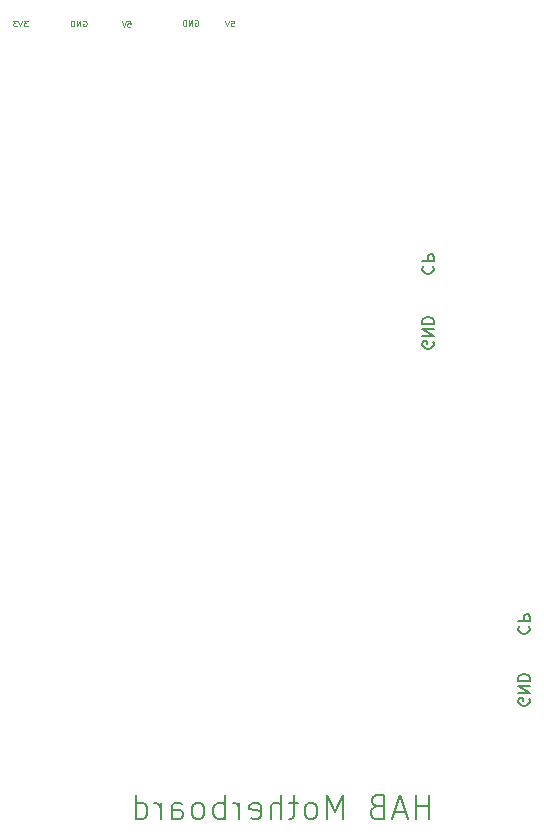
<source format=gbr>
%TF.GenerationSoftware,KiCad,Pcbnew,9.0.0*%
%TF.CreationDate,2025-04-19T22:44:30-05:00*%
%TF.ProjectId,HASP_Power_System,48415350-5f50-46f7-9765-725f53797374,rev?*%
%TF.SameCoordinates,Original*%
%TF.FileFunction,Legend,Bot*%
%TF.FilePolarity,Positive*%
%FSLAX46Y46*%
G04 Gerber Fmt 4.6, Leading zero omitted, Abs format (unit mm)*
G04 Created by KiCad (PCBNEW 9.0.0) date 2025-04-19 22:44:30*
%MOMM*%
%LPD*%
G01*
G04 APERTURE LIST*
%ADD10C,0.150000*%
%ADD11C,0.200000*%
%ADD12C,0.075000*%
G04 APERTURE END LIST*
D10*
X192852561Y-124361411D02*
X192900180Y-124456649D01*
X192900180Y-124456649D02*
X192900180Y-124599506D01*
X192900180Y-124599506D02*
X192852561Y-124742363D01*
X192852561Y-124742363D02*
X192757323Y-124837601D01*
X192757323Y-124837601D02*
X192662085Y-124885220D01*
X192662085Y-124885220D02*
X192471609Y-124932839D01*
X192471609Y-124932839D02*
X192328752Y-124932839D01*
X192328752Y-124932839D02*
X192138276Y-124885220D01*
X192138276Y-124885220D02*
X192043038Y-124837601D01*
X192043038Y-124837601D02*
X191947800Y-124742363D01*
X191947800Y-124742363D02*
X191900180Y-124599506D01*
X191900180Y-124599506D02*
X191900180Y-124504268D01*
X191900180Y-124504268D02*
X191947800Y-124361411D01*
X191947800Y-124361411D02*
X191995419Y-124313792D01*
X191995419Y-124313792D02*
X192328752Y-124313792D01*
X192328752Y-124313792D02*
X192328752Y-124504268D01*
X191900180Y-123885220D02*
X192900180Y-123885220D01*
X192900180Y-123885220D02*
X191900180Y-123313792D01*
X191900180Y-123313792D02*
X192900180Y-123313792D01*
X191900180Y-122837601D02*
X192900180Y-122837601D01*
X192900180Y-122837601D02*
X192900180Y-122599506D01*
X192900180Y-122599506D02*
X192852561Y-122456649D01*
X192852561Y-122456649D02*
X192757323Y-122361411D01*
X192757323Y-122361411D02*
X192662085Y-122313792D01*
X192662085Y-122313792D02*
X192471609Y-122266173D01*
X192471609Y-122266173D02*
X192328752Y-122266173D01*
X192328752Y-122266173D02*
X192138276Y-122313792D01*
X192138276Y-122313792D02*
X192043038Y-122361411D01*
X192043038Y-122361411D02*
X191947800Y-122456649D01*
X191947800Y-122456649D02*
X191900180Y-122599506D01*
X191900180Y-122599506D02*
X191900180Y-122837601D01*
X184724561Y-94135411D02*
X184772180Y-94230649D01*
X184772180Y-94230649D02*
X184772180Y-94373506D01*
X184772180Y-94373506D02*
X184724561Y-94516363D01*
X184724561Y-94516363D02*
X184629323Y-94611601D01*
X184629323Y-94611601D02*
X184534085Y-94659220D01*
X184534085Y-94659220D02*
X184343609Y-94706839D01*
X184343609Y-94706839D02*
X184200752Y-94706839D01*
X184200752Y-94706839D02*
X184010276Y-94659220D01*
X184010276Y-94659220D02*
X183915038Y-94611601D01*
X183915038Y-94611601D02*
X183819800Y-94516363D01*
X183819800Y-94516363D02*
X183772180Y-94373506D01*
X183772180Y-94373506D02*
X183772180Y-94278268D01*
X183772180Y-94278268D02*
X183819800Y-94135411D01*
X183819800Y-94135411D02*
X183867419Y-94087792D01*
X183867419Y-94087792D02*
X184200752Y-94087792D01*
X184200752Y-94087792D02*
X184200752Y-94278268D01*
X183772180Y-93659220D02*
X184772180Y-93659220D01*
X184772180Y-93659220D02*
X183772180Y-93087792D01*
X183772180Y-93087792D02*
X184772180Y-93087792D01*
X183772180Y-92611601D02*
X184772180Y-92611601D01*
X184772180Y-92611601D02*
X184772180Y-92373506D01*
X184772180Y-92373506D02*
X184724561Y-92230649D01*
X184724561Y-92230649D02*
X184629323Y-92135411D01*
X184629323Y-92135411D02*
X184534085Y-92087792D01*
X184534085Y-92087792D02*
X184343609Y-92040173D01*
X184343609Y-92040173D02*
X184200752Y-92040173D01*
X184200752Y-92040173D02*
X184010276Y-92087792D01*
X184010276Y-92087792D02*
X183915038Y-92135411D01*
X183915038Y-92135411D02*
X183819800Y-92230649D01*
X183819800Y-92230649D02*
X183772180Y-92373506D01*
X183772180Y-92373506D02*
X183772180Y-92611601D01*
X191995419Y-118217792D02*
X191947800Y-118265411D01*
X191947800Y-118265411D02*
X191900180Y-118408268D01*
X191900180Y-118408268D02*
X191900180Y-118503506D01*
X191900180Y-118503506D02*
X191947800Y-118646363D01*
X191947800Y-118646363D02*
X192043038Y-118741601D01*
X192043038Y-118741601D02*
X192138276Y-118789220D01*
X192138276Y-118789220D02*
X192328752Y-118836839D01*
X192328752Y-118836839D02*
X192471609Y-118836839D01*
X192471609Y-118836839D02*
X192662085Y-118789220D01*
X192662085Y-118789220D02*
X192757323Y-118741601D01*
X192757323Y-118741601D02*
X192852561Y-118646363D01*
X192852561Y-118646363D02*
X192900180Y-118503506D01*
X192900180Y-118503506D02*
X192900180Y-118408268D01*
X192900180Y-118408268D02*
X192852561Y-118265411D01*
X192852561Y-118265411D02*
X192804942Y-118217792D01*
X191900180Y-117789220D02*
X192900180Y-117789220D01*
X192900180Y-117789220D02*
X192900180Y-117408268D01*
X192900180Y-117408268D02*
X192852561Y-117313030D01*
X192852561Y-117313030D02*
X192804942Y-117265411D01*
X192804942Y-117265411D02*
X192709704Y-117217792D01*
X192709704Y-117217792D02*
X192566847Y-117217792D01*
X192566847Y-117217792D02*
X192471609Y-117265411D01*
X192471609Y-117265411D02*
X192423990Y-117313030D01*
X192423990Y-117313030D02*
X192376371Y-117408268D01*
X192376371Y-117408268D02*
X192376371Y-117789220D01*
X191995419Y-118217792D02*
X191947800Y-118265411D01*
X191947800Y-118265411D02*
X191900180Y-118408268D01*
X191900180Y-118408268D02*
X191900180Y-118503506D01*
X191900180Y-118503506D02*
X191947800Y-118646363D01*
X191947800Y-118646363D02*
X192043038Y-118741601D01*
X192043038Y-118741601D02*
X192138276Y-118789220D01*
X192138276Y-118789220D02*
X192328752Y-118836839D01*
X192328752Y-118836839D02*
X192471609Y-118836839D01*
X192471609Y-118836839D02*
X192662085Y-118789220D01*
X192662085Y-118789220D02*
X192757323Y-118741601D01*
X192757323Y-118741601D02*
X192852561Y-118646363D01*
X192852561Y-118646363D02*
X192900180Y-118503506D01*
X192900180Y-118503506D02*
X192900180Y-118408268D01*
X192900180Y-118408268D02*
X192852561Y-118265411D01*
X192852561Y-118265411D02*
X192804942Y-118217792D01*
X191900180Y-117789220D02*
X192900180Y-117789220D01*
X192900180Y-117789220D02*
X192900180Y-117408268D01*
X192900180Y-117408268D02*
X192852561Y-117313030D01*
X192852561Y-117313030D02*
X192804942Y-117265411D01*
X192804942Y-117265411D02*
X192709704Y-117217792D01*
X192709704Y-117217792D02*
X192566847Y-117217792D01*
X192566847Y-117217792D02*
X192471609Y-117265411D01*
X192471609Y-117265411D02*
X192423990Y-117313030D01*
X192423990Y-117313030D02*
X192376371Y-117408268D01*
X192376371Y-117408268D02*
X192376371Y-117789220D01*
D11*
X184386571Y-134518838D02*
X184386571Y-132518838D01*
X184386571Y-133471219D02*
X183243714Y-133471219D01*
X183243714Y-134518838D02*
X183243714Y-132518838D01*
X182386571Y-133947409D02*
X181434190Y-133947409D01*
X182577047Y-134518838D02*
X181910381Y-132518838D01*
X181910381Y-132518838D02*
X181243714Y-134518838D01*
X179910380Y-133471219D02*
X179624666Y-133566457D01*
X179624666Y-133566457D02*
X179529428Y-133661695D01*
X179529428Y-133661695D02*
X179434190Y-133852171D01*
X179434190Y-133852171D02*
X179434190Y-134137885D01*
X179434190Y-134137885D02*
X179529428Y-134328361D01*
X179529428Y-134328361D02*
X179624666Y-134423600D01*
X179624666Y-134423600D02*
X179815142Y-134518838D01*
X179815142Y-134518838D02*
X180577047Y-134518838D01*
X180577047Y-134518838D02*
X180577047Y-132518838D01*
X180577047Y-132518838D02*
X179910380Y-132518838D01*
X179910380Y-132518838D02*
X179719904Y-132614076D01*
X179719904Y-132614076D02*
X179624666Y-132709314D01*
X179624666Y-132709314D02*
X179529428Y-132899790D01*
X179529428Y-132899790D02*
X179529428Y-133090266D01*
X179529428Y-133090266D02*
X179624666Y-133280742D01*
X179624666Y-133280742D02*
X179719904Y-133375980D01*
X179719904Y-133375980D02*
X179910380Y-133471219D01*
X179910380Y-133471219D02*
X180577047Y-133471219D01*
X177053237Y-134518838D02*
X177053237Y-132518838D01*
X177053237Y-132518838D02*
X176386570Y-133947409D01*
X176386570Y-133947409D02*
X175719904Y-132518838D01*
X175719904Y-132518838D02*
X175719904Y-134518838D01*
X174481809Y-134518838D02*
X174672285Y-134423600D01*
X174672285Y-134423600D02*
X174767523Y-134328361D01*
X174767523Y-134328361D02*
X174862761Y-134137885D01*
X174862761Y-134137885D02*
X174862761Y-133566457D01*
X174862761Y-133566457D02*
X174767523Y-133375980D01*
X174767523Y-133375980D02*
X174672285Y-133280742D01*
X174672285Y-133280742D02*
X174481809Y-133185504D01*
X174481809Y-133185504D02*
X174196094Y-133185504D01*
X174196094Y-133185504D02*
X174005618Y-133280742D01*
X174005618Y-133280742D02*
X173910380Y-133375980D01*
X173910380Y-133375980D02*
X173815142Y-133566457D01*
X173815142Y-133566457D02*
X173815142Y-134137885D01*
X173815142Y-134137885D02*
X173910380Y-134328361D01*
X173910380Y-134328361D02*
X174005618Y-134423600D01*
X174005618Y-134423600D02*
X174196094Y-134518838D01*
X174196094Y-134518838D02*
X174481809Y-134518838D01*
X173243713Y-133185504D02*
X172481809Y-133185504D01*
X172957999Y-132518838D02*
X172957999Y-134233123D01*
X172957999Y-134233123D02*
X172862761Y-134423600D01*
X172862761Y-134423600D02*
X172672285Y-134518838D01*
X172672285Y-134518838D02*
X172481809Y-134518838D01*
X171815142Y-134518838D02*
X171815142Y-132518838D01*
X170957999Y-134518838D02*
X170957999Y-133471219D01*
X170957999Y-133471219D02*
X171053237Y-133280742D01*
X171053237Y-133280742D02*
X171243713Y-133185504D01*
X171243713Y-133185504D02*
X171529428Y-133185504D01*
X171529428Y-133185504D02*
X171719904Y-133280742D01*
X171719904Y-133280742D02*
X171815142Y-133375980D01*
X169243713Y-134423600D02*
X169434189Y-134518838D01*
X169434189Y-134518838D02*
X169815142Y-134518838D01*
X169815142Y-134518838D02*
X170005618Y-134423600D01*
X170005618Y-134423600D02*
X170100856Y-134233123D01*
X170100856Y-134233123D02*
X170100856Y-133471219D01*
X170100856Y-133471219D02*
X170005618Y-133280742D01*
X170005618Y-133280742D02*
X169815142Y-133185504D01*
X169815142Y-133185504D02*
X169434189Y-133185504D01*
X169434189Y-133185504D02*
X169243713Y-133280742D01*
X169243713Y-133280742D02*
X169148475Y-133471219D01*
X169148475Y-133471219D02*
X169148475Y-133661695D01*
X169148475Y-133661695D02*
X170100856Y-133852171D01*
X168291332Y-134518838D02*
X168291332Y-133185504D01*
X168291332Y-133566457D02*
X168196094Y-133375980D01*
X168196094Y-133375980D02*
X168100856Y-133280742D01*
X168100856Y-133280742D02*
X167910380Y-133185504D01*
X167910380Y-133185504D02*
X167719903Y-133185504D01*
X167053237Y-134518838D02*
X167053237Y-132518838D01*
X167053237Y-133280742D02*
X166862761Y-133185504D01*
X166862761Y-133185504D02*
X166481808Y-133185504D01*
X166481808Y-133185504D02*
X166291332Y-133280742D01*
X166291332Y-133280742D02*
X166196094Y-133375980D01*
X166196094Y-133375980D02*
X166100856Y-133566457D01*
X166100856Y-133566457D02*
X166100856Y-134137885D01*
X166100856Y-134137885D02*
X166196094Y-134328361D01*
X166196094Y-134328361D02*
X166291332Y-134423600D01*
X166291332Y-134423600D02*
X166481808Y-134518838D01*
X166481808Y-134518838D02*
X166862761Y-134518838D01*
X166862761Y-134518838D02*
X167053237Y-134423600D01*
X164957999Y-134518838D02*
X165148475Y-134423600D01*
X165148475Y-134423600D02*
X165243713Y-134328361D01*
X165243713Y-134328361D02*
X165338951Y-134137885D01*
X165338951Y-134137885D02*
X165338951Y-133566457D01*
X165338951Y-133566457D02*
X165243713Y-133375980D01*
X165243713Y-133375980D02*
X165148475Y-133280742D01*
X165148475Y-133280742D02*
X164957999Y-133185504D01*
X164957999Y-133185504D02*
X164672284Y-133185504D01*
X164672284Y-133185504D02*
X164481808Y-133280742D01*
X164481808Y-133280742D02*
X164386570Y-133375980D01*
X164386570Y-133375980D02*
X164291332Y-133566457D01*
X164291332Y-133566457D02*
X164291332Y-134137885D01*
X164291332Y-134137885D02*
X164386570Y-134328361D01*
X164386570Y-134328361D02*
X164481808Y-134423600D01*
X164481808Y-134423600D02*
X164672284Y-134518838D01*
X164672284Y-134518838D02*
X164957999Y-134518838D01*
X162577046Y-134518838D02*
X162577046Y-133471219D01*
X162577046Y-133471219D02*
X162672284Y-133280742D01*
X162672284Y-133280742D02*
X162862760Y-133185504D01*
X162862760Y-133185504D02*
X163243713Y-133185504D01*
X163243713Y-133185504D02*
X163434189Y-133280742D01*
X162577046Y-134423600D02*
X162767522Y-134518838D01*
X162767522Y-134518838D02*
X163243713Y-134518838D01*
X163243713Y-134518838D02*
X163434189Y-134423600D01*
X163434189Y-134423600D02*
X163529427Y-134233123D01*
X163529427Y-134233123D02*
X163529427Y-134042647D01*
X163529427Y-134042647D02*
X163434189Y-133852171D01*
X163434189Y-133852171D02*
X163243713Y-133756933D01*
X163243713Y-133756933D02*
X162767522Y-133756933D01*
X162767522Y-133756933D02*
X162577046Y-133661695D01*
X161624665Y-134518838D02*
X161624665Y-133185504D01*
X161624665Y-133566457D02*
X161529427Y-133375980D01*
X161529427Y-133375980D02*
X161434189Y-133280742D01*
X161434189Y-133280742D02*
X161243713Y-133185504D01*
X161243713Y-133185504D02*
X161053236Y-133185504D01*
X159529427Y-134518838D02*
X159529427Y-132518838D01*
X159529427Y-134423600D02*
X159719903Y-134518838D01*
X159719903Y-134518838D02*
X160100856Y-134518838D01*
X160100856Y-134518838D02*
X160291332Y-134423600D01*
X160291332Y-134423600D02*
X160386570Y-134328361D01*
X160386570Y-134328361D02*
X160481808Y-134137885D01*
X160481808Y-134137885D02*
X160481808Y-133566457D01*
X160481808Y-133566457D02*
X160386570Y-133375980D01*
X160386570Y-133375980D02*
X160291332Y-133280742D01*
X160291332Y-133280742D02*
X160100856Y-133185504D01*
X160100856Y-133185504D02*
X159719903Y-133185504D01*
X159719903Y-133185504D02*
X159529427Y-133280742D01*
D12*
X164549705Y-66908719D02*
X164597324Y-66884909D01*
X164597324Y-66884909D02*
X164668753Y-66884909D01*
X164668753Y-66884909D02*
X164740181Y-66908719D01*
X164740181Y-66908719D02*
X164787800Y-66956338D01*
X164787800Y-66956338D02*
X164811610Y-67003957D01*
X164811610Y-67003957D02*
X164835419Y-67099195D01*
X164835419Y-67099195D02*
X164835419Y-67170623D01*
X164835419Y-67170623D02*
X164811610Y-67265861D01*
X164811610Y-67265861D02*
X164787800Y-67313480D01*
X164787800Y-67313480D02*
X164740181Y-67361100D01*
X164740181Y-67361100D02*
X164668753Y-67384909D01*
X164668753Y-67384909D02*
X164621134Y-67384909D01*
X164621134Y-67384909D02*
X164549705Y-67361100D01*
X164549705Y-67361100D02*
X164525896Y-67337290D01*
X164525896Y-67337290D02*
X164525896Y-67170623D01*
X164525896Y-67170623D02*
X164621134Y-67170623D01*
X164311610Y-67384909D02*
X164311610Y-66884909D01*
X164311610Y-66884909D02*
X164025896Y-67384909D01*
X164025896Y-67384909D02*
X164025896Y-66884909D01*
X163787800Y-67384909D02*
X163787800Y-66884909D01*
X163787800Y-66884909D02*
X163668752Y-66884909D01*
X163668752Y-66884909D02*
X163597324Y-66908719D01*
X163597324Y-66908719D02*
X163549705Y-66956338D01*
X163549705Y-66956338D02*
X163525895Y-67003957D01*
X163525895Y-67003957D02*
X163502086Y-67099195D01*
X163502086Y-67099195D02*
X163502086Y-67170623D01*
X163502086Y-67170623D02*
X163525895Y-67265861D01*
X163525895Y-67265861D02*
X163549705Y-67313480D01*
X163549705Y-67313480D02*
X163597324Y-67361100D01*
X163597324Y-67361100D02*
X163668752Y-67384909D01*
X163668752Y-67384909D02*
X163787800Y-67384909D01*
X155069705Y-66958719D02*
X155117324Y-66934909D01*
X155117324Y-66934909D02*
X155188753Y-66934909D01*
X155188753Y-66934909D02*
X155260181Y-66958719D01*
X155260181Y-66958719D02*
X155307800Y-67006338D01*
X155307800Y-67006338D02*
X155331610Y-67053957D01*
X155331610Y-67053957D02*
X155355419Y-67149195D01*
X155355419Y-67149195D02*
X155355419Y-67220623D01*
X155355419Y-67220623D02*
X155331610Y-67315861D01*
X155331610Y-67315861D02*
X155307800Y-67363480D01*
X155307800Y-67363480D02*
X155260181Y-67411100D01*
X155260181Y-67411100D02*
X155188753Y-67434909D01*
X155188753Y-67434909D02*
X155141134Y-67434909D01*
X155141134Y-67434909D02*
X155069705Y-67411100D01*
X155069705Y-67411100D02*
X155045896Y-67387290D01*
X155045896Y-67387290D02*
X155045896Y-67220623D01*
X155045896Y-67220623D02*
X155141134Y-67220623D01*
X154831610Y-67434909D02*
X154831610Y-66934909D01*
X154831610Y-66934909D02*
X154545896Y-67434909D01*
X154545896Y-67434909D02*
X154545896Y-66934909D01*
X154307800Y-67434909D02*
X154307800Y-66934909D01*
X154307800Y-66934909D02*
X154188752Y-66934909D01*
X154188752Y-66934909D02*
X154117324Y-66958719D01*
X154117324Y-66958719D02*
X154069705Y-67006338D01*
X154069705Y-67006338D02*
X154045895Y-67053957D01*
X154045895Y-67053957D02*
X154022086Y-67149195D01*
X154022086Y-67149195D02*
X154022086Y-67220623D01*
X154022086Y-67220623D02*
X154045895Y-67315861D01*
X154045895Y-67315861D02*
X154069705Y-67363480D01*
X154069705Y-67363480D02*
X154117324Y-67411100D01*
X154117324Y-67411100D02*
X154188752Y-67434909D01*
X154188752Y-67434909D02*
X154307800Y-67434909D01*
X158823515Y-66974909D02*
X159061610Y-66974909D01*
X159061610Y-66974909D02*
X159085419Y-67213004D01*
X159085419Y-67213004D02*
X159061610Y-67189195D01*
X159061610Y-67189195D02*
X159013991Y-67165385D01*
X159013991Y-67165385D02*
X158894943Y-67165385D01*
X158894943Y-67165385D02*
X158847324Y-67189195D01*
X158847324Y-67189195D02*
X158823515Y-67213004D01*
X158823515Y-67213004D02*
X158799705Y-67260623D01*
X158799705Y-67260623D02*
X158799705Y-67379671D01*
X158799705Y-67379671D02*
X158823515Y-67427290D01*
X158823515Y-67427290D02*
X158847324Y-67451100D01*
X158847324Y-67451100D02*
X158894943Y-67474909D01*
X158894943Y-67474909D02*
X159013991Y-67474909D01*
X159013991Y-67474909D02*
X159061610Y-67451100D01*
X159061610Y-67451100D02*
X159085419Y-67427290D01*
X158656848Y-66974909D02*
X158490182Y-67474909D01*
X158490182Y-67474909D02*
X158323515Y-66974909D01*
X150379229Y-66934909D02*
X150069705Y-66934909D01*
X150069705Y-66934909D02*
X150236372Y-67125385D01*
X150236372Y-67125385D02*
X150164943Y-67125385D01*
X150164943Y-67125385D02*
X150117324Y-67149195D01*
X150117324Y-67149195D02*
X150093515Y-67173004D01*
X150093515Y-67173004D02*
X150069705Y-67220623D01*
X150069705Y-67220623D02*
X150069705Y-67339671D01*
X150069705Y-67339671D02*
X150093515Y-67387290D01*
X150093515Y-67387290D02*
X150117324Y-67411100D01*
X150117324Y-67411100D02*
X150164943Y-67434909D01*
X150164943Y-67434909D02*
X150307800Y-67434909D01*
X150307800Y-67434909D02*
X150355419Y-67411100D01*
X150355419Y-67411100D02*
X150379229Y-67387290D01*
X149926848Y-66934909D02*
X149760182Y-67434909D01*
X149760182Y-67434909D02*
X149593515Y-66934909D01*
X149474468Y-66934909D02*
X149164944Y-66934909D01*
X149164944Y-66934909D02*
X149331611Y-67125385D01*
X149331611Y-67125385D02*
X149260182Y-67125385D01*
X149260182Y-67125385D02*
X149212563Y-67149195D01*
X149212563Y-67149195D02*
X149188754Y-67173004D01*
X149188754Y-67173004D02*
X149164944Y-67220623D01*
X149164944Y-67220623D02*
X149164944Y-67339671D01*
X149164944Y-67339671D02*
X149188754Y-67387290D01*
X149188754Y-67387290D02*
X149212563Y-67411100D01*
X149212563Y-67411100D02*
X149260182Y-67434909D01*
X149260182Y-67434909D02*
X149403039Y-67434909D01*
X149403039Y-67434909D02*
X149450658Y-67411100D01*
X149450658Y-67411100D02*
X149474468Y-67387290D01*
X167593515Y-66934909D02*
X167831610Y-66934909D01*
X167831610Y-66934909D02*
X167855419Y-67173004D01*
X167855419Y-67173004D02*
X167831610Y-67149195D01*
X167831610Y-67149195D02*
X167783991Y-67125385D01*
X167783991Y-67125385D02*
X167664943Y-67125385D01*
X167664943Y-67125385D02*
X167617324Y-67149195D01*
X167617324Y-67149195D02*
X167593515Y-67173004D01*
X167593515Y-67173004D02*
X167569705Y-67220623D01*
X167569705Y-67220623D02*
X167569705Y-67339671D01*
X167569705Y-67339671D02*
X167593515Y-67387290D01*
X167593515Y-67387290D02*
X167617324Y-67411100D01*
X167617324Y-67411100D02*
X167664943Y-67434909D01*
X167664943Y-67434909D02*
X167783991Y-67434909D01*
X167783991Y-67434909D02*
X167831610Y-67411100D01*
X167831610Y-67411100D02*
X167855419Y-67387290D01*
X167426848Y-66934909D02*
X167260182Y-67434909D01*
X167260182Y-67434909D02*
X167093515Y-66934909D01*
D10*
X191995419Y-118217792D02*
X191947800Y-118265411D01*
X191947800Y-118265411D02*
X191900180Y-118408268D01*
X191900180Y-118408268D02*
X191900180Y-118503506D01*
X191900180Y-118503506D02*
X191947800Y-118646363D01*
X191947800Y-118646363D02*
X192043038Y-118741601D01*
X192043038Y-118741601D02*
X192138276Y-118789220D01*
X192138276Y-118789220D02*
X192328752Y-118836839D01*
X192328752Y-118836839D02*
X192471609Y-118836839D01*
X192471609Y-118836839D02*
X192662085Y-118789220D01*
X192662085Y-118789220D02*
X192757323Y-118741601D01*
X192757323Y-118741601D02*
X192852561Y-118646363D01*
X192852561Y-118646363D02*
X192900180Y-118503506D01*
X192900180Y-118503506D02*
X192900180Y-118408268D01*
X192900180Y-118408268D02*
X192852561Y-118265411D01*
X192852561Y-118265411D02*
X192804942Y-118217792D01*
X191900180Y-117789220D02*
X192900180Y-117789220D01*
X192900180Y-117789220D02*
X192900180Y-117408268D01*
X192900180Y-117408268D02*
X192852561Y-117313030D01*
X192852561Y-117313030D02*
X192804942Y-117265411D01*
X192804942Y-117265411D02*
X192709704Y-117217792D01*
X192709704Y-117217792D02*
X192566847Y-117217792D01*
X192566847Y-117217792D02*
X192471609Y-117265411D01*
X192471609Y-117265411D02*
X192423990Y-117313030D01*
X192423990Y-117313030D02*
X192376371Y-117408268D01*
X192376371Y-117408268D02*
X192376371Y-117789220D01*
X191995419Y-118217792D02*
X191947800Y-118265411D01*
X191947800Y-118265411D02*
X191900180Y-118408268D01*
X191900180Y-118408268D02*
X191900180Y-118503506D01*
X191900180Y-118503506D02*
X191947800Y-118646363D01*
X191947800Y-118646363D02*
X192043038Y-118741601D01*
X192043038Y-118741601D02*
X192138276Y-118789220D01*
X192138276Y-118789220D02*
X192328752Y-118836839D01*
X192328752Y-118836839D02*
X192471609Y-118836839D01*
X192471609Y-118836839D02*
X192662085Y-118789220D01*
X192662085Y-118789220D02*
X192757323Y-118741601D01*
X192757323Y-118741601D02*
X192852561Y-118646363D01*
X192852561Y-118646363D02*
X192900180Y-118503506D01*
X192900180Y-118503506D02*
X192900180Y-118408268D01*
X192900180Y-118408268D02*
X192852561Y-118265411D01*
X192852561Y-118265411D02*
X192804942Y-118217792D01*
X191900180Y-117789220D02*
X192900180Y-117789220D01*
X192900180Y-117789220D02*
X192900180Y-117408268D01*
X192900180Y-117408268D02*
X192852561Y-117313030D01*
X192852561Y-117313030D02*
X192804942Y-117265411D01*
X192804942Y-117265411D02*
X192709704Y-117217792D01*
X192709704Y-117217792D02*
X192566847Y-117217792D01*
X192566847Y-117217792D02*
X192471609Y-117265411D01*
X192471609Y-117265411D02*
X192423990Y-117313030D01*
X192423990Y-117313030D02*
X192376371Y-117408268D01*
X192376371Y-117408268D02*
X192376371Y-117789220D01*
X183867419Y-87737792D02*
X183819800Y-87785411D01*
X183819800Y-87785411D02*
X183772180Y-87928268D01*
X183772180Y-87928268D02*
X183772180Y-88023506D01*
X183772180Y-88023506D02*
X183819800Y-88166363D01*
X183819800Y-88166363D02*
X183915038Y-88261601D01*
X183915038Y-88261601D02*
X184010276Y-88309220D01*
X184010276Y-88309220D02*
X184200752Y-88356839D01*
X184200752Y-88356839D02*
X184343609Y-88356839D01*
X184343609Y-88356839D02*
X184534085Y-88309220D01*
X184534085Y-88309220D02*
X184629323Y-88261601D01*
X184629323Y-88261601D02*
X184724561Y-88166363D01*
X184724561Y-88166363D02*
X184772180Y-88023506D01*
X184772180Y-88023506D02*
X184772180Y-87928268D01*
X184772180Y-87928268D02*
X184724561Y-87785411D01*
X184724561Y-87785411D02*
X184676942Y-87737792D01*
X183772180Y-87309220D02*
X184772180Y-87309220D01*
X184772180Y-87309220D02*
X184772180Y-86928268D01*
X184772180Y-86928268D02*
X184724561Y-86833030D01*
X184724561Y-86833030D02*
X184676942Y-86785411D01*
X184676942Y-86785411D02*
X184581704Y-86737792D01*
X184581704Y-86737792D02*
X184438847Y-86737792D01*
X184438847Y-86737792D02*
X184343609Y-86785411D01*
X184343609Y-86785411D02*
X184295990Y-86833030D01*
X184295990Y-86833030D02*
X184248371Y-86928268D01*
X184248371Y-86928268D02*
X184248371Y-87309220D01*
M02*

</source>
